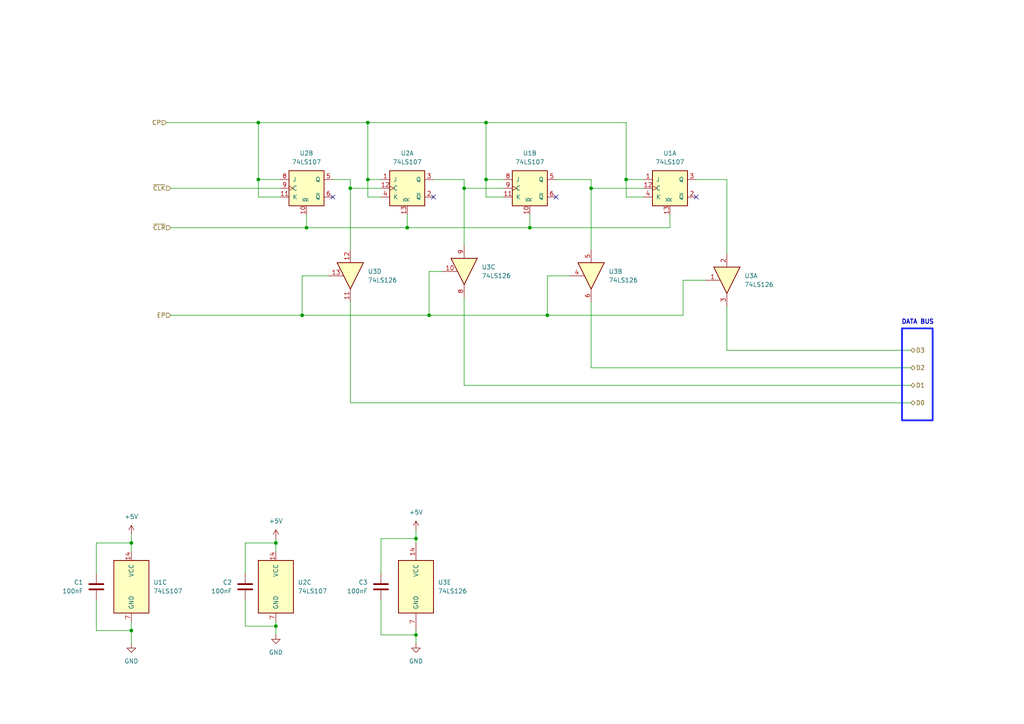
<source format=kicad_sch>
(kicad_sch (version 20231120) (generator "eeschema") (generator_version "8.0")
  (paper "A4")
  (title_block (title "ISAP-1 COMPUTER") (date "2024-11-27") (rev "Version 1") (comment 1 "by Linca Marius Gheorghe") (comment 3 "Program Counter"))
  (lib_symbols
    (symbol "74xx:74LS107" (pin_names (offset 1.016))
      (property "Reference" "U" (at -7.62 8.89 0))
      (property "Value" "74LS107" (at -7.62 -8.89 0))
      (symbol "74LS107_1_0"
        (pin input line (at -7.62 2.54 0) (length 2.54) (name "J") (number "1"))
        (pin input clock (at -7.62 0 0) (length 2.54) (name "C") (number "12"))
        (pin input line (at 0 -7.62 90) (length 2.54) (name "~{R}") (number "13"))
        (pin output line (at 7.62 -2.54 180) (length 2.54) (name "~{Q}") (number "2"))
        (pin output line (at 7.62 2.54 180) (length 2.54) (name "Q") (number "3"))
        (pin input line (at -7.62 -2.54 0) (length 2.54) (name "K") (number "4"))
      )
      (symbol "74LS107_1_1"
        (rectangle (start -5.08 5.08) (end 5.08 -5.08) (stroke (width 0.254)) (fill (type background)))
      )
      (symbol "74LS107_2_0"
        (pin input line (at 0 -7.62 90) (length 2.54) (name "~{R}") (number "10"))
        (pin input line (at -7.62 -2.54 0) (length 2.54) (name "K") (number "11"))
        (pin output line (at 7.62 2.54 180) (length 2.54) (name "Q") (number "5"))
        (pin output line (at 7.62 -2.54 180) (length 2.54) (name "~{Q}") (number "6"))
        (pin input line (at -7.62 2.54 0) (length 2.54) (name "J") (number "8"))
        (pin input clock (at -7.62 0 0) (length 2.54) (name "C") (number "9"))
      )
      (symbol "74LS107_2_1"
        (rectangle (start -5.08 5.08) (end 5.08 -5.08) (stroke (width 0.254)) (fill (type background)))
      )
      (symbol "74LS107_3_0"
        (pin power_in line (at 0 10.16 270) (length 2.54) (name "VCC") (number "14"))
        (pin power_in line (at 0 -10.16 90) (length 2.54) (name "GND") (number "7"))
      )
      (symbol "74LS107_3_1"
        (rectangle (start -5.08 7.62) (end 5.08 -7.62) (stroke (width 0.254)) (fill (type background)))
      )
    )
    (symbol "74xx:74LS126" (pin_names (offset 1.016))
      (property "Reference" "U" (at 0 1.27 0))
      (property "Value" "74LS126" (at 0 -1.27 0))
      (symbol "74LS126_1_0"
        (polyline (pts (xy -3.81 3.81) (xy -3.81 -3.81) (xy 3.81 0) (xy -3.81 3.81)) (stroke (width 0.254)) (fill (type background)))
        (pin input line (at 0 -6.35 90) (length 4.445) (name "~") (number "1"))
        (pin input line (at -7.62 0 0) (length 3.81) (name "~") (number "2"))
        (pin tri_state line (at 7.62 0 180) (length 3.81) (name "~") (number "3"))
      )
      (symbol "74LS126_2_0"
        (polyline (pts (xy -3.81 3.81) (xy -3.81 -3.81) (xy 3.81 0) (xy -3.81 3.81)) (stroke (width 0.254)) (fill (type background)))
        (pin input line (at 0 -6.35 90) (length 4.445) (name "~") (number "4"))
        (pin input line (at -7.62 0 0) (length 3.81) (name "~") (number "5"))
        (pin tri_state line (at 7.62 0 180) (length 3.81) (name "~") (number "6"))
      )
      (symbol "74LS126_3_0"
        (polyline (pts (xy -3.81 3.81) (xy -3.81 -3.81) (xy 3.81 0) (xy -3.81 3.81)) (stroke (width 0.254)) (fill (type background)))
        (pin input line (at 0 -6.35 90) (length 4.445) (name "~") (number "10"))
        (pin tri_state line (at 7.62 0 180) (length 3.81) (name "~") (number "8"))
        (pin input line (at -7.62 0 0) (length 3.81) (name "~") (number "9"))
      )
      (symbol "74LS126_4_0"
        (polyline (pts (xy -3.81 3.81) (xy -3.81 -3.81) (xy 3.81 0) (xy -3.81 3.81)) (stroke (width 0.254)) (fill (type background)))
        (pin tri_state line (at 7.62 0 180) (length 3.81) (name "~") (number "11"))
        (pin input line (at -7.62 0 0) (length 3.81) (name "~") (number "12"))
        (pin input line (at 0 -6.35 90) (length 4.445) (name "~") (number "13"))
      )
      (symbol "74LS126_5_0"
        (pin power_in line (at 0 12.7 270) (length 5.08) (name "VCC") (number "14"))
        (pin power_in line (at 0 -12.7 90) (length 5.08) (name "GND") (number "7"))
      )
      (symbol "74LS126_5_1"
        (rectangle (start -5.08 7.62) (end 5.08 -7.62) (stroke (width 0.254)) (fill (type background)))
      )
    )
    (symbol "Device:C" (pin_numbers hide) (pin_names (offset 0.254))
      (property "Reference" "C" (at 0.635 2.54 0))
      (property "Value" "C" (at 0.635 -2.54 0))
      (symbol "C_0_1"
        (polyline (pts (xy -2.032 -0.762) (xy 2.032 -0.762)) (stroke (width 0.508)))
        (polyline (pts (xy -2.032 0.762) (xy 2.032 0.762)) (stroke (width 0.508)))
      )
      (symbol "C_1_1"
        (pin passive line (at 0 3.81 270) (length 2.794) (name "~") (number "1"))
        (pin passive line (at 0 -3.81 90) (length 2.794) (name "~") (number "2"))
      )
    )
    (symbol "power:+5V" (power) (pin_numbers hide) (pin_names (offset 0) hide)
      (property "Value" "+5V" (at 0 3.556 0))
      (symbol "+5V_0_1"
        (polyline (pts (xy -0.762 1.27) (xy 0 2.54)))
        (polyline (pts (xy 0 0) (xy 0 2.54)))
        (polyline (pts (xy 0 2.54) (xy 0.762 1.27)))
      )
      (symbol "+5V_1_1"
        (pin power_in line (at 0 0 90) (length 0) (name "~") (number "1"))
      )
    )
    (symbol "power:GND" (power) (pin_numbers hide) (pin_names (offset 0) hide)
      (property "Value" "GND" (at 0 -3.81 0))
      (symbol "GND_0_1"
        (polyline (pts (xy 0 0) (xy 0 -1.27) (xy 1.27 -1.27) (xy 0 -2.54) (xy -1.27 -1.27) (xy 0 -1.27)))
      )
      (symbol "GND_1_1"
        (pin power_in line (at 0 0 270) (length 0) (name "~") (number "1"))
      )
    )
  )
  (junction (at 153.67 66.04))
  (junction (at 38.1 182.88))
  (junction (at 88.9 66.04))
  (junction (at 80.01 157.48))
  (junction (at 140.97 35.56))
  (junction (at 74.93 35.56))
  (junction (at 101.6 54.61))
  (junction (at 124.46 91.44))
  (junction (at 38.1 157.48))
  (junction (at 158.75 91.44))
  (junction (at 171.45 54.61))
  (junction (at 181.61 52.07))
  (junction (at 134.62 54.61))
  (junction (at 118.11 66.04))
  (junction (at 87.63 91.44))
  (junction (at 120.65 184.15))
  (junction (at 106.68 35.56))
  (junction (at 80.01 181.61))
  (junction (at 140.97 52.07))
  (junction (at 74.93 52.07))
  (junction (at 120.65 156.21))
  (junction (at 106.68 52.07))
  (no_connect (at 201.93 57.15))
  (no_connect (at 125.73 57.15))
  (no_connect (at 161.29 57.15))
  (no_connect (at 96.52 57.15))
  (wire (pts (xy 101.6 116.84) (xy 264.16 116.84)))
  (wire (pts (xy 101.6 52.07) (xy 96.52 52.07)))
  (wire (pts (xy 120.65 182.88) (xy 120.65 184.15)))
  (wire (pts (xy 110.49 57.15) (xy 106.68 57.15)))
  (wire (pts (xy 124.46 91.44) (xy 158.75 91.44)))
  (wire (pts (xy 120.65 184.15) (xy 120.65 186.69)))
  (wire (pts (xy 201.93 52.07) (xy 210.82 52.07)))
  (wire (pts (xy 49.53 66.04) (xy 88.9 66.04)))
  (wire (pts (xy 125.73 52.07) (xy 134.62 52.07)))
  (wire (pts (xy 181.61 52.07) (xy 186.69 52.07)))
  (wire (pts (xy 48.26 35.56) (xy 74.93 35.56)))
  (wire (pts (xy 101.6 52.07) (xy 101.6 54.61)))
  (wire (pts (xy 140.97 35.56) (xy 140.97 52.07)))
  (wire (pts (xy 194.31 66.04) (xy 194.31 62.23)))
  (wire (pts (xy 80.01 157.48) (xy 80.01 160.02)))
  (wire (pts (xy 88.9 62.23) (xy 88.9 66.04)))
  (wire (pts (xy 210.82 101.6) (xy 210.82 88.9)))
  (wire (pts (xy 134.62 54.61) (xy 134.62 71.12)))
  (wire (pts (xy 134.62 52.07) (xy 134.62 54.61)))
  (wire (pts (xy 74.93 35.56) (xy 74.93 52.07)))
  (wire (pts (xy 198.12 91.44) (xy 198.12 81.28)))
  (wire (pts (xy 95.25 80.01) (xy 87.63 80.01)))
  (wire (pts (xy 153.67 62.23) (xy 153.67 66.04)))
  (wire (pts (xy 134.62 86.36) (xy 134.62 111.76)))
  (wire (pts (xy 171.45 54.61) (xy 171.45 72.39)))
  (wire (pts (xy 171.45 106.68) (xy 264.16 106.68)))
  (wire (pts (xy 71.12 166.37) (xy 71.12 157.48)))
  (wire (pts (xy 38.1 180.34) (xy 38.1 182.88)))
  (wire (pts (xy 27.94 157.48) (xy 38.1 157.48)))
  (wire (pts (xy 186.69 57.15) (xy 181.61 57.15)))
  (wire (pts (xy 71.12 157.48) (xy 80.01 157.48)))
  (wire (pts (xy 27.94 173.99) (xy 27.94 182.88)))
  (wire (pts (xy 38.1 182.88) (xy 38.1 186.69)))
  (wire (pts (xy 120.65 153.67) (xy 120.65 156.21)))
  (wire (pts (xy 27.94 166.37) (xy 27.94 157.48)))
  (wire (pts (xy 38.1 157.48) (xy 38.1 160.02)))
  (wire (pts (xy 118.11 62.23) (xy 118.11 66.04)))
  (wire (pts (xy 124.46 78.74) (xy 124.46 91.44)))
  (wire (pts (xy 146.05 57.15) (xy 140.97 57.15)))
  (wire (pts (xy 264.16 101.6) (xy 210.82 101.6)))
  (wire (pts (xy 38.1 154.94) (xy 38.1 157.48)))
  (wire (pts (xy 106.68 57.15) (xy 106.68 52.07)))
  (wire (pts (xy 27.94 182.88) (xy 38.1 182.88)))
  (wire (pts (xy 118.11 66.04) (xy 153.67 66.04)))
  (wire (pts (xy 106.68 52.07) (xy 110.49 52.07)))
  (wire (pts (xy 158.75 80.01) (xy 158.75 91.44)))
  (wire (pts (xy 110.49 54.61) (xy 101.6 54.61)))
  (wire (pts (xy 128.27 78.74) (xy 124.46 78.74)))
  (wire (pts (xy 87.63 91.44) (xy 124.46 91.44)))
  (wire (pts (xy 80.01 156.21) (xy 80.01 157.48)))
  (wire (pts (xy 153.67 66.04) (xy 194.31 66.04)))
  (wire (pts (xy 140.97 52.07) (xy 146.05 52.07)))
  (wire (pts (xy 74.93 35.56) (xy 106.68 35.56)))
  (wire (pts (xy 106.68 35.56) (xy 140.97 35.56)))
  (wire (pts (xy 106.68 35.56) (xy 106.68 52.07)))
  (wire (pts (xy 161.29 52.07) (xy 171.45 52.07)))
  (wire (pts (xy 110.49 156.21) (xy 120.65 156.21)))
  (wire (pts (xy 171.45 52.07) (xy 171.45 54.61)))
  (wire (pts (xy 49.53 91.44) (xy 87.63 91.44)))
  (wire (pts (xy 140.97 35.56) (xy 181.61 35.56)))
  (wire (pts (xy 80.01 181.61) (xy 80.01 184.15)))
  (wire (pts (xy 110.49 166.37) (xy 110.49 156.21)))
  (wire (pts (xy 171.45 54.61) (xy 186.69 54.61)))
  (wire (pts (xy 88.9 66.04) (xy 118.11 66.04)))
  (wire (pts (xy 74.93 52.07) (xy 81.28 52.07)))
  (wire (pts (xy 181.61 57.15) (xy 181.61 52.07)))
  (wire (pts (xy 171.45 87.63) (xy 171.45 106.68)))
  (wire (pts (xy 71.12 173.99) (xy 71.12 181.61)))
  (wire (pts (xy 49.53 54.61) (xy 81.28 54.61)))
  (wire (pts (xy 87.63 80.01) (xy 87.63 91.44)))
  (wire (pts (xy 101.6 54.61) (xy 101.6 72.39)))
  (wire (pts (xy 74.93 57.15) (xy 74.93 52.07)))
  (wire (pts (xy 110.49 173.99) (xy 110.49 184.15)))
  (wire (pts (xy 134.62 54.61) (xy 146.05 54.61)))
  (wire (pts (xy 140.97 57.15) (xy 140.97 52.07)))
  (wire (pts (xy 165.1 80.01) (xy 158.75 80.01)))
  (wire (pts (xy 181.61 35.56) (xy 181.61 52.07)))
  (wire (pts (xy 120.65 156.21) (xy 120.65 157.48)))
  (wire (pts (xy 158.75 91.44) (xy 198.12 91.44)))
  (wire (pts (xy 80.01 180.34) (xy 80.01 181.61)))
  (wire (pts (xy 110.49 184.15) (xy 120.65 184.15)))
  (wire (pts (xy 210.82 52.07) (xy 210.82 73.66)))
  (wire (pts (xy 71.12 181.61) (xy 80.01 181.61)))
  (wire (pts (xy 198.12 81.28) (xy 204.47 81.28)))
  (wire (pts (xy 81.28 57.15) (xy 74.93 57.15)))
  (wire (pts (xy 101.6 87.63) (xy 101.6 116.84)))
  (wire (pts (xy 134.62 111.76) (xy 264.16 111.76)))
  (rectangle (start 261.62 95.25) (end 270.51 121.92) (stroke (width 0.508) (color 21 31 255 1)))
  (text "DATA BUS" (at 266.192 93.472 0) (effects (font (size 1.27 1.27) (thickness 0.254) (bold yes))))
  (hierarchical_label "~{CLK}" (shape input) (at 49.53 54.61 180))
  (hierarchical_label "EP" (shape input) (at 49.53 91.44 180))
  (hierarchical_label "CP" (shape input) (at 48.26 35.56 180))
  (hierarchical_label "D2" (shape tri_state) (at 264.16 106.68 0))
  (hierarchical_label "~{CLR}" (shape input) (at 49.53 66.04 180))
  (hierarchical_label "D1" (shape tri_state) (at 264.16 111.76 0))
  (hierarchical_label "D0" (shape tri_state) (at 264.16 116.84 0))
  (hierarchical_label "D3" (shape tri_state) (at 264.16 101.6 0))
  (symbol (lib_id "power:+5V") (at 38.1 154.94 0) (unit 1)
    (property "Reference" "#PWR01" (effects (hide yes)))
    (property "Value" "+5V" (at 38.1 149.86 0))
    (property "Description" "Power symbol creates a global label with name \"+5V\"" (effects (hide yes)))
  )
  (symbol (lib_id "power:GND") (at 80.01 184.15 0) (unit 1)
    (property "Reference" "#PWR05" (effects (hide yes)))
    (property "Value" "GND" (at 80.01 189.23 0))
    (property "Description" "Power symbol creates a global label with name \"GND\" , ground" (effects (hide yes)))
  )
  (symbol (lib_id "74xx:74LS126") (at 120.65 170.18 0) (unit 5)
    (property "Reference" "U3" (at 127 168.9099 0) (effects (justify left)))
    (property "Value" "74LS126" (at 127 171.4499 0) (effects (justify left)))
    (property "Footprint" "Package_DIP:DIP-14_W7.62mm_LongPads" (effects (hide yes)))
    (property "Datasheet" "http://www.ti.com/lit/gpn/sn74LS126" (effects (hide yes)))
    (property "Description" "Quad buffer 3-State outputs" (effects (hide yes)))
  )
  (symbol (lib_id "74xx:74LS107") (at 194.31 54.61 0) (unit 1)
    (property "Reference" "U1" (at 194.31 44.45 0))
    (property "Value" "74LS107" (at 194.31 46.99 0))
    (property "Footprint" "Package_DIP:DIP-14_W7.62mm_LongPads" (effects (hide yes)))
    (property "Datasheet" "http://www.ti.com/lit/gpn/sn74LS107" (effects (hide yes)))
    (property "Description" "Dual JK Flip-Flop, reset" (effects (hide yes)))
  )
  (symbol (lib_id "Device:C") (at 71.12 170.18 0) (mirror y) (unit 1)
    (property "Reference" "C2" (at 67.31 168.9099 0) (effects (justify left)))
    (property "Value" "100nF" (at 67.31 171.4499 0) (effects (justify left)))
    (property "Footprint" "Capacitor_THT:C_Disc_D5.0mm_W2.5mm_P5.00mm" (effects (hide yes)))
    (property "Description" "Unpolarized capacitor" (effects (hide yes)))
  )
  (symbol (lib_id "74xx:74LS126") (at 101.6 80.01 270) (unit 4)
    (property "Reference" "U3" (at 106.68 78.7399 90) (effects (justify left)))
    (property "Value" "74LS126" (at 106.68 81.2799 90) (effects (justify left)))
    (property "Footprint" "Package_DIP:DIP-14_W7.62mm_LongPads" (effects (hide yes)))
    (property "Datasheet" "http://www.ti.com/lit/gpn/sn74LS126" (effects (hide yes)))
    (property "Description" "Quad buffer 3-State outputs" (effects (hide yes)))
  )
  (symbol (lib_id "74xx:74LS107") (at 88.9 54.61 0) (unit 2)
    (property "Reference" "U2" (at 88.9 44.45 0))
    (property "Value" "74LS107" (at 88.9 46.99 0))
    (property "Footprint" "Package_DIP:DIP-14_W7.62mm_LongPads" (effects (hide yes)))
    (property "Datasheet" "http://www.ti.com/lit/gpn/sn74LS107" (effects (hide yes)))
    (property "Description" "Dual JK Flip-Flop, reset" (effects (hide yes)))
  )
  (symbol (lib_id "Device:C") (at 110.49 170.18 0) (mirror y) (unit 1)
    (property "Reference" "C3" (at 106.68 168.9099 0) (effects (justify left)))
    (property "Value" "100nF" (at 106.68 171.4499 0) (effects (justify left)))
    (property "Footprint" "Capacitor_THT:C_Disc_D5.0mm_W2.5mm_P5.00mm" (effects (hide yes)))
    (property "Description" "Unpolarized capacitor" (effects (hide yes)))
  )
  (symbol (lib_id "power:GND") (at 120.65 186.69 0) (unit 1)
    (property "Reference" "#PWR06" (effects (hide yes)))
    (property "Value" "GND" (at 120.65 191.77 0))
    (property "Description" "Power symbol creates a global label with name \"GND\" , ground" (effects (hide yes)))
  )
  (symbol (lib_id "74xx:74LS107") (at 80.01 170.18 0) (unit 3)
    (property "Reference" "U2" (at 86.36 168.9099 0) (effects (justify left)))
    (property "Value" "74LS107" (at 86.36 171.4499 0) (effects (justify left)))
    (property "Footprint" "Package_DIP:DIP-14_W7.62mm_LongPads" (effects (hide yes)))
    (property "Datasheet" "http://www.ti.com/lit/gpn/sn74LS107" (effects (hide yes)))
    (property "Description" "Dual JK Flip-Flop, reset" (effects (hide yes)))
  )
  (symbol (lib_id "74xx:74LS126") (at 210.82 81.28 270) (unit 1)
    (property "Reference" "U3" (at 215.9 80.0099 90) (effects (justify left)))
    (property "Value" "74LS126" (at 215.9 82.5499 90) (effects (justify left)))
    (property "Footprint" "Package_DIP:DIP-14_W7.62mm_LongPads" (effects (hide yes)))
    (property "Datasheet" "http://www.ti.com/lit/gpn/sn74LS126" (effects (hide yes)))
    (property "Description" "Quad buffer 3-State outputs" (effects (hide yes)))
  )
  (symbol (lib_id "Device:C") (at 27.94 170.18 0) (mirror y) (unit 1)
    (property "Reference" "C1" (at 24.13 168.9099 0) (effects (justify left)))
    (property "Value" "100nF" (at 24.13 171.4499 0) (effects (justify left)))
    (property "Footprint" "Capacitor_THT:C_Disc_D5.0mm_W2.5mm_P5.00mm" (effects (hide yes)))
    (property "Description" "Unpolarized capacitor" (effects (hide yes)))
  )
  (symbol (lib_id "74xx:74LS107") (at 118.11 54.61 0) (unit 1)
    (property "Reference" "U2" (at 118.11 44.45 0))
    (property "Value" "74LS107" (at 118.11 46.99 0))
    (property "Footprint" "Package_DIP:DIP-14_W7.62mm_LongPads" (effects (hide yes)))
    (property "Datasheet" "http://www.ti.com/lit/gpn/sn74LS107" (effects (hide yes)))
    (property "Description" "Dual JK Flip-Flop, reset" (effects (hide yes)))
  )
  (symbol (lib_id "power:+5V") (at 120.65 153.67 0) (unit 1)
    (property "Reference" "#PWR03" (effects (hide yes)))
    (property "Value" "+5V" (at 120.65 148.59 0))
    (property "Description" "Power symbol creates a global label with name \"+5V\"" (effects (hide yes)))
  )
  (symbol (lib_id "74xx:74LS107") (at 153.67 54.61 0) (unit 2)
    (property "Reference" "U1" (at 153.67 44.45 0))
    (property "Value" "74LS107" (at 153.67 46.99 0))
    (property "Footprint" "Package_DIP:DIP-14_W7.62mm_LongPads" (effects (hide yes)))
    (property "Datasheet" "http://www.ti.com/lit/gpn/sn74LS107" (effects (hide yes)))
    (property "Description" "Dual JK Flip-Flop, reset" (effects (hide yes)))
  )
  (symbol (lib_id "74xx:74LS126") (at 134.62 78.74 270) (unit 3)
    (property "Reference" "U3" (at 139.7 77.4699 90) (effects (justify left)))
    (property "Value" "74LS126" (at 139.7 80.0099 90) (effects (justify left)))
    (property "Footprint" "Package_DIP:DIP-14_W7.62mm_LongPads" (effects (hide yes)))
    (property "Datasheet" "http://www.ti.com/lit/gpn/sn74LS126" (effects (hide yes)))
    (property "Description" "Quad buffer 3-State outputs" (effects (hide yes)))
  )
  (symbol (lib_id "74xx:74LS126") (at 171.45 80.01 270) (unit 2)
    (property "Reference" "U3" (at 176.53 78.7399 90) (effects (justify left)))
    (property "Value" "74LS126" (at 176.53 81.2799 90) (effects (justify left)))
    (property "Footprint" "Package_DIP:DIP-14_W7.62mm_LongPads" (effects (hide yes)))
    (property "Datasheet" "http://www.ti.com/lit/gpn/sn74LS126" (effects (hide yes)))
    (property "Description" "Quad buffer 3-State outputs" (effects (hide yes)))
  )
  (symbol (lib_id "power:+5V") (at 80.01 156.21 0) (unit 1)
    (property "Reference" "#PWR02" (effects (hide yes)))
    (property "Value" "+5V" (at 80.01 151.13 0))
    (property "Description" "Power symbol creates a global label with name \"+5V\"" (effects (hide yes)))
  )
  (symbol (lib_id "power:GND") (at 38.1 186.69 0) (unit 1)
    (property "Reference" "#PWR04" (effects (hide yes)))
    (property "Value" "GND" (at 38.1 191.77 0))
    (property "Description" "Power symbol creates a global label with name \"GND\" , ground" (effects (hide yes)))
  )
  (symbol (lib_id "74xx:74LS107") (at 38.1 170.18 0) (unit 3)
    (property "Reference" "U1" (at 44.45 168.9099 0) (effects (justify left)))
    (property "Value" "74LS107" (at 44.45 171.4499 0) (effects (justify left)))
    (property "Footprint" "Package_DIP:DIP-14_W7.62mm_LongPads" (effects (hide yes)))
    (property "Datasheet" "http://www.ti.com/lit/gpn/sn74LS107" (effects (hide yes)))
    (property "Description" "Dual JK Flip-Flop, reset" (effects (hide yes)))
  )
)
</source>
